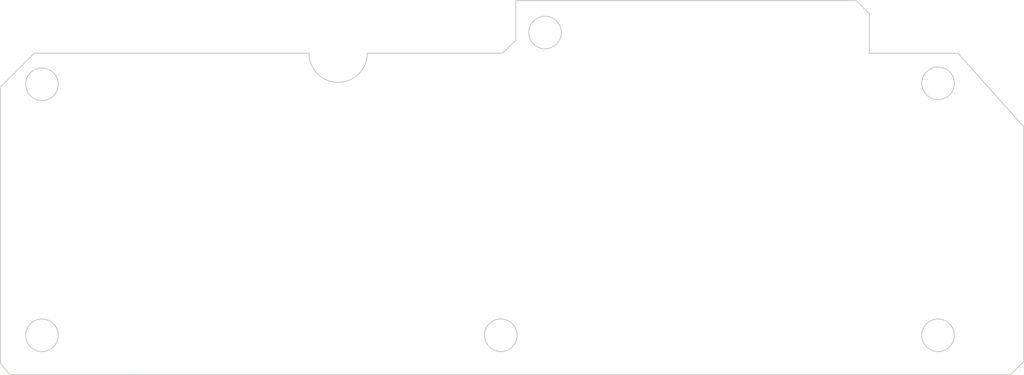
<source format=kicad_pcb>
(kicad_pcb (version 20171130) (host pcbnew 5.0.0)

  (general
    (thickness 1.6)
    (drawings 25)
    (tracks 0)
    (zones 0)
    (modules 0)
    (nets 1)
  )

  (page A4)
  (layers
    (0 F.Cu signal)
    (31 B.Cu signal)
    (32 B.Adhes user)
    (33 F.Adhes user)
    (34 B.Paste user)
    (35 F.Paste user)
    (36 B.SilkS user)
    (37 F.SilkS user)
    (38 B.Mask user)
    (39 F.Mask user)
    (40 Dwgs.User user)
    (41 Cmts.User user)
    (42 Eco1.User user)
    (43 Eco2.User user)
    (44 Edge.Cuts user)
    (45 Margin user)
    (46 B.CrtYd user)
    (47 F.CrtYd user)
    (48 B.Fab user)
    (49 F.Fab user)
  )

  (setup
    (last_trace_width 0.25)
    (trace_clearance 0.2)
    (zone_clearance 0.508)
    (zone_45_only no)
    (trace_min 0.2)
    (segment_width 0.2)
    (edge_width 0.15)
    (via_size 0.8)
    (via_drill 0.4)
    (via_min_size 0.4)
    (via_min_drill 0.3)
    (uvia_size 0.3)
    (uvia_drill 0.1)
    (uvias_allowed no)
    (uvia_min_size 0.2)
    (uvia_min_drill 0.1)
    (pcb_text_width 0.3)
    (pcb_text_size 1.5 1.5)
    (mod_edge_width 0.15)
    (mod_text_size 1 1)
    (mod_text_width 0.15)
    (pad_size 1.524 1.524)
    (pad_drill 0.762)
    (pad_to_mask_clearance 0.2)
    (aux_axis_origin 0 0)
    (visible_elements FFFFFF7F)
    (pcbplotparams
      (layerselection 0x010fc_ffffffff)
      (usegerberextensions false)
      (usegerberattributes false)
      (usegerberadvancedattributes false)
      (creategerberjobfile false)
      (excludeedgelayer true)
      (linewidth 0.100000)
      (plotframeref false)
      (viasonmask false)
      (mode 1)
      (useauxorigin false)
      (hpglpennumber 1)
      (hpglpenspeed 20)
      (hpglpendiameter 15.000000)
      (psnegative false)
      (psa4output false)
      (plotreference true)
      (plotvalue true)
      (plotinvisibletext false)
      (padsonsilk false)
      (subtractmaskfromsilk false)
      (outputformat 1)
      (mirror false)
      (drillshape 1)
      (scaleselection 1)
      (outputdirectory ""))
  )

  (net 0 "")

  (net_class Default "This is the default net class."
    (clearance 0.2)
    (trace_width 0.25)
    (via_dia 0.8)
    (via_drill 0.4)
    (uvia_dia 0.3)
    (uvia_drill 0.1)
  )

  (gr_line (start 119.888 79.756) (end 82.804 79.756) (layer Edge.Cuts) (width 0.15))
  (gr_line (start 146.05 79.756) (end 127.762 79.756) (layer Edge.Cuts) (width 0.15))
  (gr_arc (start 123.825 79.756) (end 119.888 79.756) (angle -180) (layer Edge.Cuts) (width 0.15))
  (gr_circle (center 151.765 76.962) (end 153.965 76.962) (layer Edge.Cuts) (width 0.15) (tstamp 5B9C681D))
  (gr_circle (center 83.82 83.947) (end 86.02 83.947) (layer Edge.Cuts) (width 0.15) (tstamp 5B9C681B))
  (gr_circle (center 83.82 117.856) (end 86.02 117.856) (layer Edge.Cuts) (width 0.15) (tstamp 5B9C6819))
  (gr_circle (center 145.796 117.856) (end 147.996 117.856) (layer Edge.Cuts) (width 0.15) (tstamp 5B9C6817))
  (gr_circle (center 204.851 117.856) (end 207.051 117.856) (layer Edge.Cuts) (width 0.15) (tstamp 5B9C6815))
  (gr_circle (center 204.851 83.82) (end 207.051 83.82) (layer Edge.Cuts) (width 0.15))
  (gr_line (start 216.408 121.412) (end 214.63 123.19) (layer Edge.Cuts) (width 0.15))
  (gr_line (start 216.408 89.662) (end 216.408 121.412) (layer Edge.Cuts) (width 0.15))
  (gr_line (start 207.518 79.756) (end 216.408 89.662) (layer Edge.Cuts) (width 0.15))
  (gr_line (start 195.58 79.756) (end 207.518 79.756) (layer Edge.Cuts) (width 0.15))
  (gr_line (start 195.58 74.422) (end 195.58 79.756) (layer Edge.Cuts) (width 0.15))
  (gr_line (start 193.802 72.644) (end 195.58 74.422) (layer Edge.Cuts) (width 0.15))
  (gr_line (start 147.828 72.644) (end 193.802 72.644) (layer Edge.Cuts) (width 0.15))
  (gr_line (start 147.828 77.978) (end 147.828 72.644) (layer Edge.Cuts) (width 0.15))
  (gr_line (start 146.05 79.756) (end 147.828 77.978) (layer Edge.Cuts) (width 0.15))
  (gr_line (start 82.55 80.01) (end 82.804 79.756) (layer Edge.Cuts) (width 0.15))
  (gr_line (start 78.232 84.328) (end 82.55 80.01) (layer Edge.Cuts) (width 0.15))
  (gr_line (start 78.232 85.09) (end 78.232 84.328) (layer Edge.Cuts) (width 0.15))
  (gr_line (start 78.232 121.666) (end 78.232 85.09) (layer Edge.Cuts) (width 0.15))
  (gr_line (start 79.5 123.19) (end 78.232 121.666) (layer Edge.Cuts) (width 0.15))
  (gr_line (start 96.012 123.19) (end 79.5 123.19) (layer Edge.Cuts) (width 0.15))
  (gr_line (start 214.63 123.19) (end 96.012 123.19) (layer Edge.Cuts) (width 0.15))

)

</source>
